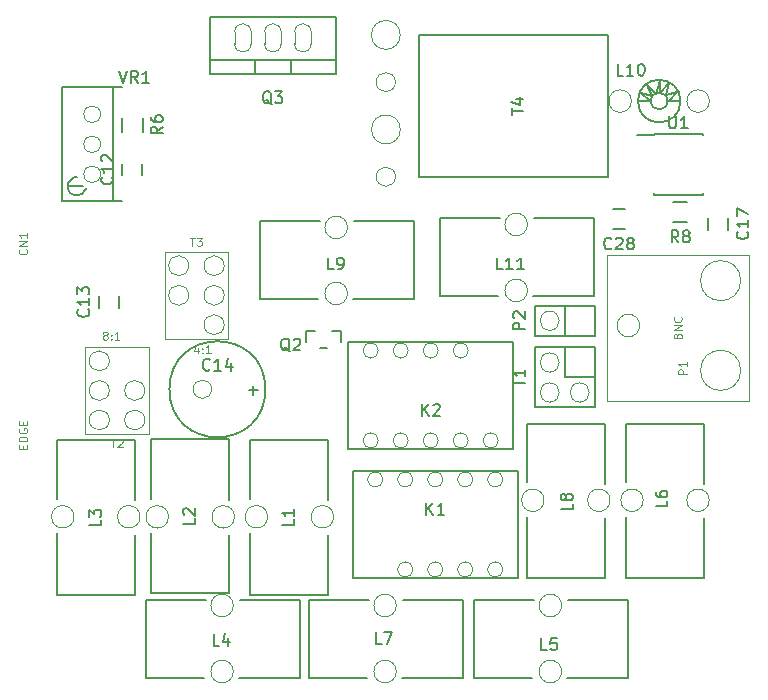
<source format=gto>
%FSLAX46Y46*%
G04 Gerber Fmt 4.6, Leading zero omitted, Abs format (unit mm)*
G04 Created by KiCad (PCBNEW (2014-10-27 BZR 5228)-product) date 13/01/2015 08:32:11*
%MOMM*%
G01*
G04 APERTURE LIST*
%ADD10C,0.100000*%
%ADD11C,0.150000*%
G04 APERTURE END LIST*
D10*
D11*
X141150000Y-50100000D02*
X141150000Y-51100000D01*
X142850000Y-51100000D02*
X142850000Y-50100000D01*
X139150000Y-61300000D02*
X139150000Y-62300000D01*
X140850000Y-62300000D02*
X140850000Y-61300000D01*
X153264000Y-69200000D02*
G75*
G03X153264000Y-69200000I-4064000J0D01*
G01*
X192450000Y-55700000D02*
X192450000Y-54700000D01*
X190750000Y-54700000D02*
X190750000Y-55700000D01*
X160640000Y-76145000D02*
X174640000Y-76145000D01*
X174640000Y-76145000D02*
X174640000Y-85145000D01*
X174640000Y-85145000D02*
X160640000Y-85145000D01*
X160640000Y-85145000D02*
X160640000Y-76145000D01*
X174259000Y-74223000D02*
X160259000Y-74223000D01*
X160259000Y-74223000D02*
X160259000Y-65223000D01*
X160259000Y-65223000D02*
X174259000Y-65223000D01*
X174259000Y-65223000D02*
X174259000Y-74223000D01*
X151996000Y-86600000D02*
X151996000Y-81393000D01*
X151996000Y-73519000D02*
X151996000Y-78472000D01*
X158600000Y-86600000D02*
X158600000Y-81520000D01*
X158600000Y-73519000D02*
X158600000Y-78599000D01*
X158600000Y-73519000D02*
X151996000Y-73519000D01*
X151996000Y-86600000D02*
X158600000Y-86600000D01*
X150204000Y-73400000D02*
X150204000Y-78607000D01*
X150204000Y-86481000D02*
X150204000Y-81528000D01*
X143600000Y-73400000D02*
X143600000Y-78480000D01*
X143600000Y-86481000D02*
X143600000Y-81401000D01*
X143600000Y-86481000D02*
X150204000Y-86481000D01*
X150204000Y-73400000D02*
X143600000Y-73400000D01*
X135596000Y-86600000D02*
X135596000Y-81393000D01*
X135596000Y-73519000D02*
X135596000Y-78472000D01*
X142200000Y-86600000D02*
X142200000Y-81520000D01*
X142200000Y-73519000D02*
X142200000Y-78599000D01*
X142200000Y-73519000D02*
X135596000Y-73519000D01*
X135596000Y-86600000D02*
X142200000Y-86600000D01*
X156200000Y-93604000D02*
X150993000Y-93604000D01*
X143119000Y-93604000D02*
X148072000Y-93604000D01*
X156200000Y-87000000D02*
X151120000Y-87000000D01*
X143119000Y-87000000D02*
X148199000Y-87000000D01*
X143119000Y-87000000D02*
X143119000Y-93604000D01*
X156200000Y-93604000D02*
X156200000Y-87000000D01*
X184000000Y-93604000D02*
X178793000Y-93604000D01*
X170919000Y-93604000D02*
X175872000Y-93604000D01*
X184000000Y-87000000D02*
X178920000Y-87000000D01*
X170919000Y-87000000D02*
X175999000Y-87000000D01*
X170919000Y-87000000D02*
X170919000Y-93604000D01*
X184000000Y-93604000D02*
X184000000Y-87000000D01*
X183796000Y-85200000D02*
X183796000Y-79993000D01*
X183796000Y-72119000D02*
X183796000Y-77072000D01*
X190400000Y-85200000D02*
X190400000Y-80120000D01*
X190400000Y-72119000D02*
X190400000Y-77199000D01*
X190400000Y-72119000D02*
X183796000Y-72119000D01*
X183796000Y-85200000D02*
X190400000Y-85200000D01*
X170000000Y-93604000D02*
X164793000Y-93604000D01*
X156919000Y-93604000D02*
X161872000Y-93604000D01*
X170000000Y-87000000D02*
X164920000Y-87000000D01*
X156919000Y-87000000D02*
X161999000Y-87000000D01*
X156919000Y-87000000D02*
X156919000Y-93604000D01*
X170000000Y-93604000D02*
X170000000Y-87000000D01*
X175396000Y-85200000D02*
X175396000Y-79993000D01*
X175396000Y-72119000D02*
X175396000Y-77072000D01*
X182000000Y-85200000D02*
X182000000Y-80120000D01*
X182000000Y-72119000D02*
X182000000Y-77199000D01*
X182000000Y-72119000D02*
X175396000Y-72119000D01*
X175396000Y-85200000D02*
X182000000Y-85200000D01*
X165862000Y-61595000D02*
X160655000Y-61595000D01*
X152781000Y-61595000D02*
X157734000Y-61595000D01*
X165862000Y-54991000D02*
X160782000Y-54991000D01*
X152781000Y-54991000D02*
X157861000Y-54991000D01*
X152781000Y-54991000D02*
X152781000Y-61595000D01*
X165862000Y-61595000D02*
X165862000Y-54991000D01*
X181102000Y-61341000D02*
X175895000Y-61341000D01*
X168021000Y-61341000D02*
X172974000Y-61341000D01*
X181102000Y-54737000D02*
X176022000Y-54737000D01*
X168021000Y-54737000D02*
X173101000Y-54737000D01*
X168021000Y-54737000D02*
X168021000Y-61341000D01*
X181102000Y-61341000D02*
X181102000Y-54737000D01*
D10*
X191800000Y-70200000D02*
X182200000Y-70200000D01*
X182200000Y-70200000D02*
X182200000Y-57800000D01*
X182200000Y-57800000D02*
X194200000Y-57800000D01*
X194200000Y-57800000D02*
X194200000Y-70200000D01*
X194200000Y-70200000D02*
X191800000Y-70200000D01*
D11*
X178600000Y-64670000D02*
X181140000Y-64670000D01*
X181140000Y-64670000D02*
X181140000Y-62130000D01*
X181140000Y-62130000D02*
X178600000Y-62130000D01*
X176060000Y-64670000D02*
X178600000Y-64670000D01*
X178600000Y-64670000D02*
X178600000Y-62130000D01*
X178600000Y-62130000D02*
X176060000Y-62130000D01*
X176060000Y-62130000D02*
X176060000Y-64670000D01*
X156700000Y-65200000D02*
X156700000Y-64300000D01*
X156700000Y-64300000D02*
X157500000Y-64300000D01*
X159700000Y-65200000D02*
X159700000Y-64300000D01*
X159700000Y-64300000D02*
X158900000Y-64300000D01*
X158500000Y-65700000D02*
X157900000Y-65700000D01*
X141125000Y-47400000D02*
X141125000Y-46200000D01*
X142875000Y-46200000D02*
X142875000Y-47400000D01*
X187800000Y-53325000D02*
X189000000Y-53325000D01*
X189000000Y-55075000D02*
X187800000Y-55075000D01*
X178600000Y-65660000D02*
X181140000Y-65660000D01*
X181140000Y-65660000D02*
X181140000Y-68200000D01*
X181140000Y-68200000D02*
X178600000Y-68200000D01*
X178600000Y-68200000D02*
X178600000Y-65660000D01*
X178600000Y-65660000D02*
X176060000Y-65660000D01*
X176060000Y-65660000D02*
X176060000Y-70740000D01*
X176060000Y-70740000D02*
X181140000Y-70740000D01*
X181140000Y-70740000D02*
X181140000Y-68200000D01*
D10*
X143400000Y-65600000D02*
X143400000Y-73000000D01*
X143400000Y-73000000D02*
X138000000Y-73000000D01*
X138000000Y-73000000D02*
X138000000Y-65600000D01*
X138000000Y-65600000D02*
X143400000Y-65600000D01*
X144723000Y-64941300D02*
X144723000Y-57541300D01*
X144723000Y-57541300D02*
X150123000Y-57541300D01*
X150123000Y-57541300D02*
X150123000Y-64941300D01*
X150123000Y-64941300D02*
X144723000Y-64941300D01*
D11*
X166261700Y-39199300D02*
X182261700Y-39199300D01*
X182261700Y-39199300D02*
X182261700Y-51199300D01*
X182261700Y-51199300D02*
X166261700Y-51199300D01*
X166261700Y-51199300D02*
X166261700Y-39199300D01*
X186126300Y-47564600D02*
X186126300Y-47709600D01*
X190276300Y-47564600D02*
X190276300Y-47709600D01*
X190276300Y-52714600D02*
X190276300Y-52569600D01*
X186126300Y-52714600D02*
X186126300Y-52569600D01*
X186126300Y-47564600D02*
X190276300Y-47564600D01*
X186126300Y-52714600D02*
X190276300Y-52714600D01*
X186126300Y-47709600D02*
X184726300Y-47709600D01*
X136568000Y-52016000D02*
X137838000Y-52016000D01*
X137317300Y-51228600D02*
X137063300Y-51266700D01*
X137063300Y-51266700D02*
X136783900Y-51444500D01*
X136783900Y-51444500D02*
X136568000Y-51762000D01*
X136568000Y-51762000D02*
X136555300Y-52206500D01*
X136555300Y-52206500D02*
X136758500Y-52562100D01*
X136758500Y-52562100D02*
X137050600Y-52739900D01*
X137050600Y-52739900D02*
X137368100Y-52790700D01*
X137368100Y-52790700D02*
X137774500Y-52689100D01*
X137774500Y-52689100D02*
X138028500Y-52346200D01*
X138028500Y-52346200D02*
X138117400Y-52168400D01*
X140378000Y-43634000D02*
X140378000Y-53286000D01*
X137330000Y-53286000D02*
X136060000Y-53286000D01*
X136060000Y-53286000D02*
X136060000Y-43634000D01*
X136060000Y-43634000D02*
X141140000Y-43634000D01*
X141140000Y-53286000D02*
X138600000Y-53286000D01*
X138600000Y-53286000D02*
X137330000Y-53286000D01*
X155417520Y-42499280D02*
X155417520Y-41356280D01*
X152369520Y-42499280D02*
X152369520Y-41356280D01*
X148559520Y-41356280D02*
X148559520Y-37673280D01*
X148559520Y-37673280D02*
X159227520Y-37673280D01*
X159227520Y-37673280D02*
X159227520Y-41356280D01*
X148559520Y-42499280D02*
X148559520Y-41356280D01*
X148559520Y-41356280D02*
X159227520Y-41356280D01*
X159227520Y-41356280D02*
X159227520Y-42499280D01*
X153893520Y-42499280D02*
X159227520Y-42499280D01*
X153893520Y-42499280D02*
X148559520Y-42499280D01*
X182700000Y-55650000D02*
X183700000Y-55650000D01*
X183700000Y-53950000D02*
X182700000Y-53950000D01*
X188400860Y-44800000D02*
X187400100Y-44800000D01*
X187400100Y-44800000D02*
X188101140Y-43999900D01*
X188101140Y-43999900D02*
X187199440Y-44299620D01*
X187199440Y-44299620D02*
X187400100Y-43298860D01*
X187400100Y-43298860D02*
X186699060Y-44098960D01*
X186699060Y-44098960D02*
X186699060Y-43100740D01*
X186699060Y-43100740D02*
X186300280Y-44200560D01*
X186300280Y-44200560D02*
X185599240Y-43400460D01*
X185599240Y-43400460D02*
X186000560Y-44401220D01*
X186000560Y-44401220D02*
X185098860Y-44098960D01*
X185098860Y-44098960D02*
X185799900Y-44800000D01*
X185799900Y-44800000D02*
X184900740Y-44800000D01*
X187301040Y-44800000D02*
G75*
G03X187301040Y-44800000I-701040J0D01*
G01*
X188400860Y-44800000D02*
G75*
G03X188400860Y-44800000I-1800860J0D01*
G01*
D10*
X148705500Y-69200000D02*
G75*
G03X148705500Y-69200000I-775500J0D01*
G01*
X165748500Y-84455000D02*
G75*
G03X165748500Y-84455000I-648500J0D01*
G01*
X168288500Y-84455000D02*
G75*
G03X168288500Y-84455000I-648500J0D01*
G01*
X170828500Y-84455000D02*
G75*
G03X170828500Y-84455000I-648500J0D01*
G01*
X173368500Y-84455000D02*
G75*
G03X173368500Y-84455000I-648500J0D01*
G01*
X173368500Y-76835000D02*
G75*
G03X173368500Y-76835000I-648500J0D01*
G01*
X170828500Y-76835000D02*
G75*
G03X170828500Y-76835000I-648500J0D01*
G01*
X168288500Y-76835000D02*
G75*
G03X168288500Y-76835000I-648500J0D01*
G01*
X165748500Y-76835000D02*
G75*
G03X165748500Y-76835000I-648500J0D01*
G01*
X163208500Y-76835000D02*
G75*
G03X163208500Y-76835000I-648500J0D01*
G01*
X170447500Y-65913000D02*
G75*
G03X170447500Y-65913000I-648500J0D01*
G01*
X167907500Y-65913000D02*
G75*
G03X167907500Y-65913000I-648500J0D01*
G01*
X165367500Y-65913000D02*
G75*
G03X165367500Y-65913000I-648500J0D01*
G01*
X162827500Y-65913000D02*
G75*
G03X162827500Y-65913000I-648500J0D01*
G01*
X162827500Y-73533000D02*
G75*
G03X162827500Y-73533000I-648500J0D01*
G01*
X165367500Y-73533000D02*
G75*
G03X165367500Y-73533000I-648500J0D01*
G01*
X167907500Y-73533000D02*
G75*
G03X167907500Y-73533000I-648500J0D01*
G01*
X170447500Y-73533000D02*
G75*
G03X170447500Y-73533000I-648500J0D01*
G01*
X172987500Y-73533000D02*
G75*
G03X172987500Y-73533000I-648500J0D01*
G01*
X159041490Y-79996000D02*
G75*
G03X159041490Y-79996000I-949490J0D01*
G01*
X153453490Y-79996000D02*
G75*
G03X153453490Y-79996000I-949490J0D01*
G01*
X145057490Y-80004000D02*
G75*
G03X145057490Y-80004000I-949490J0D01*
G01*
X150645490Y-80004000D02*
G75*
G03X150645490Y-80004000I-949490J0D01*
G01*
X142641490Y-79996000D02*
G75*
G03X142641490Y-79996000I-949490J0D01*
G01*
X137053490Y-79996000D02*
G75*
G03X137053490Y-79996000I-949490J0D01*
G01*
X150545490Y-87508000D02*
G75*
G03X150545490Y-87508000I-949490J0D01*
G01*
X150545490Y-93096000D02*
G75*
G03X150545490Y-93096000I-949490J0D01*
G01*
X178345490Y-87508000D02*
G75*
G03X178345490Y-87508000I-949490J0D01*
G01*
X178345490Y-93096000D02*
G75*
G03X178345490Y-93096000I-949490J0D01*
G01*
X190841490Y-78596000D02*
G75*
G03X190841490Y-78596000I-949490J0D01*
G01*
X185253490Y-78596000D02*
G75*
G03X185253490Y-78596000I-949490J0D01*
G01*
X164345490Y-87508000D02*
G75*
G03X164345490Y-87508000I-949490J0D01*
G01*
X164345490Y-93096000D02*
G75*
G03X164345490Y-93096000I-949490J0D01*
G01*
X182441490Y-78596000D02*
G75*
G03X182441490Y-78596000I-949490J0D01*
G01*
X176853490Y-78596000D02*
G75*
G03X176853490Y-78596000I-949490J0D01*
G01*
X160207490Y-55499000D02*
G75*
G03X160207490Y-55499000I-949490J0D01*
G01*
X160207490Y-61087000D02*
G75*
G03X160207490Y-61087000I-949490J0D01*
G01*
X175447490Y-55245000D02*
G75*
G03X175447490Y-55245000I-949490J0D01*
G01*
X175447490Y-60833000D02*
G75*
G03X175447490Y-60833000I-949490J0D01*
G01*
X193500000Y-67600000D02*
G75*
G03X193500000Y-67600000I-1700000J0D01*
G01*
X193500000Y-60000000D02*
G75*
G03X193500000Y-60000000I-1700000J0D01*
G01*
X184950000Y-63800000D02*
G75*
G03X184950000Y-63800000I-950000J0D01*
G01*
X177330000Y-64213600D02*
X177330000Y-64213600D01*
X177330000Y-62586400D02*
X177330000Y-62586400D01*
X177330000Y-64213600D02*
G75*
G03X177330000Y-62586400I0J813600D01*
G01*
X177330000Y-62586400D02*
G75*
G03X177330000Y-64213600I0J-813600D01*
G01*
X177330000Y-66116400D02*
X177330000Y-66116400D01*
X177330000Y-67743600D02*
X177330000Y-67743600D01*
X177330000Y-66116400D02*
G75*
G03X177330000Y-67743600I0J-813600D01*
G01*
X177330000Y-67743600D02*
G75*
G03X177330000Y-66116400I0J813600D01*
G01*
X179870000Y-68656400D02*
X179870000Y-68656400D01*
X179870000Y-70283600D02*
X179870000Y-70283600D01*
X179870000Y-68656400D02*
G75*
G03X179870000Y-70283600I0J-813600D01*
G01*
X179870000Y-70283600D02*
G75*
G03X179870000Y-68656400I0J813600D01*
G01*
X177330000Y-68656400D02*
X177330000Y-68656400D01*
X177330000Y-70283600D02*
X177330000Y-70283600D01*
X177330000Y-68656400D02*
G75*
G03X177330000Y-70283600I0J-813600D01*
G01*
X177330000Y-70283600D02*
G75*
G03X177330000Y-68656400I0J813600D01*
G01*
X143050000Y-69300000D02*
G75*
G03X143050000Y-69300000I-850000J0D01*
G01*
X140050000Y-66800000D02*
G75*
G03X140050000Y-66800000I-850000J0D01*
G01*
X143050000Y-71800000D02*
G75*
G03X143050000Y-71800000I-850000J0D01*
G01*
X140050000Y-71800000D02*
G75*
G03X140050000Y-71800000I-850000J0D01*
G01*
X140050000Y-69300000D02*
G75*
G03X140050000Y-69300000I-850000J0D01*
G01*
X146773000Y-61241300D02*
G75*
G03X146773000Y-61241300I-850000J0D01*
G01*
X149773000Y-63741300D02*
G75*
G03X149773000Y-63741300I-850000J0D01*
G01*
X146773000Y-58741300D02*
G75*
G03X146773000Y-58741300I-850000J0D01*
G01*
X149773000Y-58741300D02*
G75*
G03X149773000Y-58741300I-850000J0D01*
G01*
X149773000Y-61241300D02*
G75*
G03X149773000Y-61241300I-850000J0D01*
G01*
X164681700Y-39199300D02*
G75*
G03X164681700Y-39199300I-1220000J0D01*
G01*
X164275300Y-43199300D02*
G75*
G03X164275300Y-43199300I-813600J0D01*
G01*
X164681700Y-47199300D02*
G75*
G03X164681700Y-47199300I-1220000J0D01*
G01*
X164275300Y-51199300D02*
G75*
G03X164275300Y-51199300I-813600J0D01*
G01*
X139312000Y-48460000D02*
G75*
G03X139312000Y-48460000I-712000J0D01*
G01*
X139312000Y-45920000D02*
G75*
G03X139312000Y-45920000I-712000J0D01*
G01*
X139312000Y-51000000D02*
G75*
G03X139312000Y-51000000I-712000J0D01*
G01*
X153192950Y-38952170D02*
X153192950Y-39950390D01*
X154594090Y-38952170D02*
X154594090Y-39950390D01*
X153192950Y-39950390D02*
G75*
G03X154594090Y-39950390I700570J0D01*
G01*
X154594090Y-38952170D02*
G75*
G03X153192950Y-38952170I-700570J0D01*
G01*
X155732950Y-38952170D02*
X155732950Y-39950390D01*
X157134090Y-38952170D02*
X157134090Y-39950390D01*
X155732950Y-39950390D02*
G75*
G03X157134090Y-39950390I700570J0D01*
G01*
X157134090Y-38952170D02*
G75*
G03X155732950Y-38952170I-700570J0D01*
G01*
X150652950Y-38952170D02*
X150652950Y-39950390D01*
X152054090Y-38952170D02*
X152054090Y-39950390D01*
X150652950Y-39950390D02*
G75*
G03X152054090Y-39950390I700570J0D01*
G01*
X152054090Y-38952170D02*
G75*
G03X150652950Y-38952170I-700570J0D01*
G01*
X190848950Y-44800000D02*
G75*
G03X190848950Y-44800000I-949490J0D01*
G01*
X184250030Y-44800000D02*
G75*
G03X184250030Y-44800000I-949490J0D01*
G01*
D11*
X140257143Y-51242857D02*
X140304762Y-51290476D01*
X140352381Y-51433333D01*
X140352381Y-51528571D01*
X140304762Y-51671429D01*
X140209524Y-51766667D01*
X140114286Y-51814286D01*
X139923810Y-51861905D01*
X139780952Y-51861905D01*
X139590476Y-51814286D01*
X139495238Y-51766667D01*
X139400000Y-51671429D01*
X139352381Y-51528571D01*
X139352381Y-51433333D01*
X139400000Y-51290476D01*
X139447619Y-51242857D01*
X140352381Y-50290476D02*
X140352381Y-50861905D01*
X140352381Y-50576191D02*
X139352381Y-50576191D01*
X139495238Y-50671429D01*
X139590476Y-50766667D01*
X139638095Y-50861905D01*
X139447619Y-49909524D02*
X139400000Y-49861905D01*
X139352381Y-49766667D01*
X139352381Y-49528571D01*
X139400000Y-49433333D01*
X139447619Y-49385714D01*
X139542857Y-49338095D01*
X139638095Y-49338095D01*
X139780952Y-49385714D01*
X140352381Y-49957143D01*
X140352381Y-49338095D01*
X138257143Y-62442857D02*
X138304762Y-62490476D01*
X138352381Y-62633333D01*
X138352381Y-62728571D01*
X138304762Y-62871429D01*
X138209524Y-62966667D01*
X138114286Y-63014286D01*
X137923810Y-63061905D01*
X137780952Y-63061905D01*
X137590476Y-63014286D01*
X137495238Y-62966667D01*
X137400000Y-62871429D01*
X137352381Y-62728571D01*
X137352381Y-62633333D01*
X137400000Y-62490476D01*
X137447619Y-62442857D01*
X138352381Y-61490476D02*
X138352381Y-62061905D01*
X138352381Y-61776191D02*
X137352381Y-61776191D01*
X137495238Y-61871429D01*
X137590476Y-61966667D01*
X137638095Y-62061905D01*
X137352381Y-61157143D02*
X137352381Y-60538095D01*
X137733333Y-60871429D01*
X137733333Y-60728571D01*
X137780952Y-60633333D01*
X137828571Y-60585714D01*
X137923810Y-60538095D01*
X138161905Y-60538095D01*
X138257143Y-60585714D01*
X138304762Y-60633333D01*
X138352381Y-60728571D01*
X138352381Y-61014286D01*
X138304762Y-61109524D01*
X138257143Y-61157143D01*
X148557143Y-67525143D02*
X148509524Y-67572762D01*
X148366667Y-67620381D01*
X148271429Y-67620381D01*
X148128571Y-67572762D01*
X148033333Y-67477524D01*
X147985714Y-67382286D01*
X147938095Y-67191810D01*
X147938095Y-67048952D01*
X147985714Y-66858476D01*
X148033333Y-66763238D01*
X148128571Y-66668000D01*
X148271429Y-66620381D01*
X148366667Y-66620381D01*
X148509524Y-66668000D01*
X148557143Y-66715619D01*
X149509524Y-67620381D02*
X148938095Y-67620381D01*
X149223809Y-67620381D02*
X149223809Y-66620381D01*
X149128571Y-66763238D01*
X149033333Y-66858476D01*
X148938095Y-66906095D01*
X150366667Y-66953714D02*
X150366667Y-67620381D01*
X150128571Y-66572762D02*
X149890476Y-67287048D01*
X150509524Y-67287048D01*
X151864508Y-69271429D02*
X152626413Y-69271429D01*
X152245461Y-69652381D02*
X152245461Y-68890476D01*
X194057143Y-55842857D02*
X194104762Y-55890476D01*
X194152381Y-56033333D01*
X194152381Y-56128571D01*
X194104762Y-56271429D01*
X194009524Y-56366667D01*
X193914286Y-56414286D01*
X193723810Y-56461905D01*
X193580952Y-56461905D01*
X193390476Y-56414286D01*
X193295238Y-56366667D01*
X193200000Y-56271429D01*
X193152381Y-56128571D01*
X193152381Y-56033333D01*
X193200000Y-55890476D01*
X193247619Y-55842857D01*
X194152381Y-54890476D02*
X194152381Y-55461905D01*
X194152381Y-55176191D02*
X193152381Y-55176191D01*
X193295238Y-55271429D01*
X193390476Y-55366667D01*
X193438095Y-55461905D01*
X193152381Y-54557143D02*
X193152381Y-53890476D01*
X194152381Y-54319048D01*
D10*
X133024560Y-57351533D02*
X133057893Y-57384867D01*
X133091227Y-57484867D01*
X133091227Y-57551533D01*
X133057893Y-57651533D01*
X132991227Y-57718200D01*
X132924560Y-57751533D01*
X132791227Y-57784867D01*
X132691227Y-57784867D01*
X132557893Y-57751533D01*
X132491227Y-57718200D01*
X132424560Y-57651533D01*
X132391227Y-57551533D01*
X132391227Y-57484867D01*
X132424560Y-57384867D01*
X132457893Y-57351533D01*
X133091227Y-57051533D02*
X132391227Y-57051533D01*
X133091227Y-56651533D01*
X132391227Y-56651533D01*
X133091227Y-55951534D02*
X133091227Y-56351534D01*
X133091227Y-56151534D02*
X132391227Y-56151534D01*
X132491227Y-56218200D01*
X132557893Y-56284867D01*
X132591227Y-56351534D01*
X132724560Y-74234866D02*
X132724560Y-74001533D01*
X133091227Y-73901533D02*
X133091227Y-74234866D01*
X132391227Y-74234866D01*
X132391227Y-73901533D01*
X133091227Y-73601533D02*
X132391227Y-73601533D01*
X132391227Y-73434867D01*
X132424560Y-73334867D01*
X132491227Y-73268200D01*
X132557893Y-73234867D01*
X132691227Y-73201533D01*
X132791227Y-73201533D01*
X132924560Y-73234867D01*
X132991227Y-73268200D01*
X133057893Y-73334867D01*
X133091227Y-73434867D01*
X133091227Y-73601533D01*
X132424560Y-72534867D02*
X132391227Y-72601533D01*
X132391227Y-72701533D01*
X132424560Y-72801533D01*
X132491227Y-72868200D01*
X132557893Y-72901533D01*
X132691227Y-72934867D01*
X132791227Y-72934867D01*
X132924560Y-72901533D01*
X132991227Y-72868200D01*
X133057893Y-72801533D01*
X133091227Y-72701533D01*
X133091227Y-72634867D01*
X133057893Y-72534867D01*
X133024560Y-72501533D01*
X132791227Y-72501533D01*
X132791227Y-72634867D01*
X132724560Y-72201533D02*
X132724560Y-71968200D01*
X133091227Y-71868200D02*
X133091227Y-72201533D01*
X132391227Y-72201533D01*
X132391227Y-71868200D01*
D11*
X166901905Y-79827381D02*
X166901905Y-78827381D01*
X167473334Y-79827381D02*
X167044762Y-79255952D01*
X167473334Y-78827381D02*
X166901905Y-79398810D01*
X168425715Y-79827381D02*
X167854286Y-79827381D01*
X168140000Y-79827381D02*
X168140000Y-78827381D01*
X168044762Y-78970238D01*
X167949524Y-79065476D01*
X167854286Y-79113095D01*
X166520905Y-71445381D02*
X166520905Y-70445381D01*
X167092334Y-71445381D02*
X166663762Y-70873952D01*
X167092334Y-70445381D02*
X166520905Y-71016810D01*
X167473286Y-70540619D02*
X167520905Y-70493000D01*
X167616143Y-70445381D01*
X167854239Y-70445381D01*
X167949477Y-70493000D01*
X167997096Y-70540619D01*
X168044715Y-70635857D01*
X168044715Y-70731095D01*
X167997096Y-70873952D01*
X167425667Y-71445381D01*
X168044715Y-71445381D01*
X155653861Y-80218546D02*
X155653861Y-80694737D01*
X154653861Y-80694737D01*
X155653861Y-79361403D02*
X155653861Y-79932832D01*
X155653861Y-79647118D02*
X154653861Y-79647118D01*
X154796718Y-79742356D01*
X154891956Y-79837594D01*
X154939575Y-79932832D01*
X147288341Y-80130026D02*
X147288341Y-80606217D01*
X146288341Y-80606217D01*
X146383579Y-79844312D02*
X146335960Y-79796693D01*
X146288341Y-79701455D01*
X146288341Y-79463359D01*
X146335960Y-79368121D01*
X146383579Y-79320502D01*
X146478817Y-79272883D01*
X146574055Y-79272883D01*
X146716912Y-79320502D01*
X147288341Y-79891931D01*
X147288341Y-79272883D01*
X139360541Y-80243946D02*
X139360541Y-80720137D01*
X138360541Y-80720137D01*
X138360541Y-80005851D02*
X138360541Y-79386803D01*
X138741493Y-79720137D01*
X138741493Y-79577279D01*
X138789112Y-79482041D01*
X138836731Y-79434422D01*
X138931970Y-79386803D01*
X139170065Y-79386803D01*
X139265303Y-79434422D01*
X139312922Y-79482041D01*
X139360541Y-79577279D01*
X139360541Y-79862994D01*
X139312922Y-79958232D01*
X139265303Y-80005851D01*
X149358214Y-90901701D02*
X148882023Y-90901701D01*
X148882023Y-89901701D01*
X150120119Y-90235034D02*
X150120119Y-90901701D01*
X149882023Y-89854082D02*
X149643928Y-90568368D01*
X150262976Y-90568368D01*
X177102334Y-91262381D02*
X176626143Y-91262381D01*
X176626143Y-90262381D01*
X177911858Y-90262381D02*
X177435667Y-90262381D01*
X177388048Y-90738571D01*
X177435667Y-90690952D01*
X177530905Y-90643333D01*
X177769001Y-90643333D01*
X177864239Y-90690952D01*
X177911858Y-90738571D01*
X177959477Y-90833810D01*
X177959477Y-91071905D01*
X177911858Y-91167143D01*
X177864239Y-91214762D01*
X177769001Y-91262381D01*
X177530905Y-91262381D01*
X177435667Y-91214762D01*
X177388048Y-91167143D01*
X187296381Y-78635666D02*
X187296381Y-79111857D01*
X186296381Y-79111857D01*
X186296381Y-77873761D02*
X186296381Y-78064238D01*
X186344000Y-78159476D01*
X186391619Y-78207095D01*
X186534476Y-78302333D01*
X186724952Y-78349952D01*
X187105905Y-78349952D01*
X187201143Y-78302333D01*
X187248762Y-78254714D01*
X187296381Y-78159476D01*
X187296381Y-77968999D01*
X187248762Y-77873761D01*
X187201143Y-77826142D01*
X187105905Y-77778523D01*
X186867810Y-77778523D01*
X186772571Y-77826142D01*
X186724952Y-77873761D01*
X186677333Y-77968999D01*
X186677333Y-78159476D01*
X186724952Y-78254714D01*
X186772571Y-78302333D01*
X186867810Y-78349952D01*
X163102334Y-90754381D02*
X162626143Y-90754381D01*
X162626143Y-89754381D01*
X163340429Y-89754381D02*
X164007096Y-89754381D01*
X163578524Y-90754381D01*
X179277381Y-78889666D02*
X179277381Y-79365857D01*
X178277381Y-79365857D01*
X178705952Y-78413476D02*
X178658333Y-78508714D01*
X178610714Y-78556333D01*
X178515476Y-78603952D01*
X178467857Y-78603952D01*
X178372619Y-78556333D01*
X178325000Y-78508714D01*
X178277381Y-78413476D01*
X178277381Y-78222999D01*
X178325000Y-78127761D01*
X178372619Y-78080142D01*
X178467857Y-78032523D01*
X178515476Y-78032523D01*
X178610714Y-78080142D01*
X178658333Y-78127761D01*
X178705952Y-78222999D01*
X178705952Y-78413476D01*
X178753571Y-78508714D01*
X178801190Y-78556333D01*
X178896429Y-78603952D01*
X179086905Y-78603952D01*
X179182143Y-78556333D01*
X179229762Y-78508714D01*
X179277381Y-78413476D01*
X179277381Y-78222999D01*
X179229762Y-78127761D01*
X179182143Y-78080142D01*
X179086905Y-78032523D01*
X178896429Y-78032523D01*
X178801190Y-78080142D01*
X178753571Y-78127761D01*
X178705952Y-78222999D01*
X159033334Y-59052381D02*
X158557143Y-59052381D01*
X158557143Y-58052381D01*
X159414286Y-59052381D02*
X159604762Y-59052381D01*
X159700001Y-59004762D01*
X159747620Y-58957143D01*
X159842858Y-58814286D01*
X159890477Y-58623810D01*
X159890477Y-58242857D01*
X159842858Y-58147619D01*
X159795239Y-58100000D01*
X159700001Y-58052381D01*
X159509524Y-58052381D01*
X159414286Y-58100000D01*
X159366667Y-58147619D01*
X159319048Y-58242857D01*
X159319048Y-58480952D01*
X159366667Y-58576190D01*
X159414286Y-58623810D01*
X159509524Y-58671429D01*
X159700001Y-58671429D01*
X159795239Y-58623810D01*
X159842858Y-58576190D01*
X159890477Y-58480952D01*
X173357143Y-59052381D02*
X172880952Y-59052381D01*
X172880952Y-58052381D01*
X174214286Y-59052381D02*
X173642857Y-59052381D01*
X173928571Y-59052381D02*
X173928571Y-58052381D01*
X173833333Y-58195238D01*
X173738095Y-58290476D01*
X173642857Y-58338095D01*
X175166667Y-59052381D02*
X174595238Y-59052381D01*
X174880952Y-59052381D02*
X174880952Y-58052381D01*
X174785714Y-58195238D01*
X174690476Y-58290476D01*
X174595238Y-58338095D01*
D10*
X188916667Y-67916666D02*
X188216667Y-67916666D01*
X188216667Y-67650000D01*
X188250000Y-67583333D01*
X188283333Y-67550000D01*
X188350000Y-67516666D01*
X188450000Y-67516666D01*
X188516667Y-67550000D01*
X188550000Y-67583333D01*
X188583333Y-67650000D01*
X188583333Y-67916666D01*
X188916667Y-66850000D02*
X188916667Y-67250000D01*
X188916667Y-67050000D02*
X188216667Y-67050000D01*
X188316667Y-67116666D01*
X188383333Y-67183333D01*
X188416667Y-67250000D01*
X188150000Y-64666666D02*
X188183333Y-64566666D01*
X188216667Y-64533333D01*
X188283333Y-64499999D01*
X188383333Y-64499999D01*
X188450000Y-64533333D01*
X188483333Y-64566666D01*
X188516667Y-64633333D01*
X188516667Y-64899999D01*
X187816667Y-64899999D01*
X187816667Y-64666666D01*
X187850000Y-64599999D01*
X187883333Y-64566666D01*
X187950000Y-64533333D01*
X188016667Y-64533333D01*
X188083333Y-64566666D01*
X188116667Y-64599999D01*
X188150000Y-64666666D01*
X188150000Y-64899999D01*
X188516667Y-64199999D02*
X187816667Y-64199999D01*
X188516667Y-63799999D01*
X187816667Y-63799999D01*
X188450000Y-63066666D02*
X188483333Y-63100000D01*
X188516667Y-63200000D01*
X188516667Y-63266666D01*
X188483333Y-63366666D01*
X188416667Y-63433333D01*
X188350000Y-63466666D01*
X188216667Y-63500000D01*
X188116667Y-63500000D01*
X187983333Y-63466666D01*
X187916667Y-63433333D01*
X187850000Y-63366666D01*
X187816667Y-63266666D01*
X187816667Y-63200000D01*
X187850000Y-63100000D01*
X187883333Y-63066666D01*
D11*
X175242381Y-64138095D02*
X174242381Y-64138095D01*
X174242381Y-63757142D01*
X174290000Y-63661904D01*
X174337619Y-63614285D01*
X174432857Y-63566666D01*
X174575714Y-63566666D01*
X174670952Y-63614285D01*
X174718571Y-63661904D01*
X174766190Y-63757142D01*
X174766190Y-64138095D01*
X174337619Y-63185714D02*
X174290000Y-63138095D01*
X174242381Y-63042857D01*
X174242381Y-62804761D01*
X174290000Y-62709523D01*
X174337619Y-62661904D01*
X174432857Y-62614285D01*
X174528095Y-62614285D01*
X174670952Y-62661904D01*
X175242381Y-63233333D01*
X175242381Y-62614285D01*
X155326762Y-65999619D02*
X155231524Y-65952000D01*
X155136286Y-65856762D01*
X154993429Y-65713905D01*
X154898190Y-65666286D01*
X154802952Y-65666286D01*
X154850571Y-65904381D02*
X154755333Y-65856762D01*
X154660095Y-65761524D01*
X154612476Y-65571048D01*
X154612476Y-65237714D01*
X154660095Y-65047238D01*
X154755333Y-64952000D01*
X154850571Y-64904381D01*
X155041048Y-64904381D01*
X155136286Y-64952000D01*
X155231524Y-65047238D01*
X155279143Y-65237714D01*
X155279143Y-65571048D01*
X155231524Y-65761524D01*
X155136286Y-65856762D01*
X155041048Y-65904381D01*
X154850571Y-65904381D01*
X155660095Y-64999619D02*
X155707714Y-64952000D01*
X155802952Y-64904381D01*
X156041048Y-64904381D01*
X156136286Y-64952000D01*
X156183905Y-64999619D01*
X156231524Y-65094857D01*
X156231524Y-65190095D01*
X156183905Y-65332952D01*
X155612476Y-65904381D01*
X156231524Y-65904381D01*
X144552381Y-46966666D02*
X144076190Y-47300000D01*
X144552381Y-47538095D02*
X143552381Y-47538095D01*
X143552381Y-47157142D01*
X143600000Y-47061904D01*
X143647619Y-47014285D01*
X143742857Y-46966666D01*
X143885714Y-46966666D01*
X143980952Y-47014285D01*
X144028571Y-47061904D01*
X144076190Y-47157142D01*
X144076190Y-47538095D01*
X143552381Y-46109523D02*
X143552381Y-46300000D01*
X143600000Y-46395238D01*
X143647619Y-46442857D01*
X143790476Y-46538095D01*
X143980952Y-46585714D01*
X144361905Y-46585714D01*
X144457143Y-46538095D01*
X144504762Y-46490476D01*
X144552381Y-46395238D01*
X144552381Y-46204761D01*
X144504762Y-46109523D01*
X144457143Y-46061904D01*
X144361905Y-46014285D01*
X144123810Y-46014285D01*
X144028571Y-46061904D01*
X143980952Y-46109523D01*
X143933333Y-46204761D01*
X143933333Y-46395238D01*
X143980952Y-46490476D01*
X144028571Y-46538095D01*
X144123810Y-46585714D01*
X188233334Y-56752381D02*
X187900000Y-56276190D01*
X187661905Y-56752381D02*
X187661905Y-55752381D01*
X188042858Y-55752381D01*
X188138096Y-55800000D01*
X188185715Y-55847619D01*
X188233334Y-55942857D01*
X188233334Y-56085714D01*
X188185715Y-56180952D01*
X188138096Y-56228571D01*
X188042858Y-56276190D01*
X187661905Y-56276190D01*
X188804762Y-56180952D02*
X188709524Y-56133333D01*
X188661905Y-56085714D01*
X188614286Y-55990476D01*
X188614286Y-55942857D01*
X188661905Y-55847619D01*
X188709524Y-55800000D01*
X188804762Y-55752381D01*
X188995239Y-55752381D01*
X189090477Y-55800000D01*
X189138096Y-55847619D01*
X189185715Y-55942857D01*
X189185715Y-55990476D01*
X189138096Y-56085714D01*
X189090477Y-56133333D01*
X188995239Y-56180952D01*
X188804762Y-56180952D01*
X188709524Y-56228571D01*
X188661905Y-56276190D01*
X188614286Y-56371429D01*
X188614286Y-56561905D01*
X188661905Y-56657143D01*
X188709524Y-56704762D01*
X188804762Y-56752381D01*
X188995239Y-56752381D01*
X189090477Y-56704762D01*
X189138096Y-56657143D01*
X189185715Y-56561905D01*
X189185715Y-56371429D01*
X189138096Y-56276190D01*
X189090477Y-56228571D01*
X188995239Y-56180952D01*
X174242381Y-68961905D02*
X174242381Y-68390476D01*
X175242381Y-68676191D02*
X174242381Y-68676191D01*
X175242381Y-67533333D02*
X175242381Y-68104762D01*
X175242381Y-67819048D02*
X174242381Y-67819048D01*
X174385238Y-67914286D01*
X174480476Y-68009524D01*
X174528095Y-68104762D01*
D10*
X140166667Y-73416667D02*
X140566667Y-73416667D01*
X140366667Y-74116667D02*
X140366667Y-73416667D01*
X140766666Y-73483333D02*
X140800000Y-73450000D01*
X140866666Y-73416667D01*
X141033333Y-73416667D01*
X141100000Y-73450000D01*
X141133333Y-73483333D01*
X141166666Y-73550000D01*
X141166666Y-73616667D01*
X141133333Y-73716667D01*
X140733333Y-74116667D01*
X141166666Y-74116667D01*
X139633334Y-64616667D02*
X139566667Y-64583333D01*
X139533334Y-64550000D01*
X139500000Y-64483333D01*
X139500000Y-64450000D01*
X139533334Y-64383333D01*
X139566667Y-64350000D01*
X139633334Y-64316667D01*
X139766667Y-64316667D01*
X139833334Y-64350000D01*
X139866667Y-64383333D01*
X139900000Y-64450000D01*
X139900000Y-64483333D01*
X139866667Y-64550000D01*
X139833334Y-64583333D01*
X139766667Y-64616667D01*
X139633334Y-64616667D01*
X139566667Y-64650000D01*
X139533334Y-64683333D01*
X139500000Y-64750000D01*
X139500000Y-64883333D01*
X139533334Y-64950000D01*
X139566667Y-64983333D01*
X139633334Y-65016667D01*
X139766667Y-65016667D01*
X139833334Y-64983333D01*
X139866667Y-64950000D01*
X139900000Y-64883333D01*
X139900000Y-64750000D01*
X139866667Y-64683333D01*
X139833334Y-64650000D01*
X139766667Y-64616667D01*
X140200001Y-64950000D02*
X140233334Y-64983333D01*
X140200001Y-65016667D01*
X140166667Y-64983333D01*
X140200001Y-64950000D01*
X140200001Y-65016667D01*
X140200001Y-64583333D02*
X140233334Y-64616667D01*
X140200001Y-64650000D01*
X140166667Y-64616667D01*
X140200001Y-64583333D01*
X140200001Y-64650000D01*
X140900000Y-65016667D02*
X140500000Y-65016667D01*
X140700000Y-65016667D02*
X140700000Y-64316667D01*
X140633334Y-64416667D01*
X140566667Y-64483333D01*
X140500000Y-64516667D01*
X146889667Y-56357967D02*
X147289667Y-56357967D01*
X147089667Y-57057967D02*
X147089667Y-56357967D01*
X147456333Y-56357967D02*
X147889666Y-56357967D01*
X147656333Y-56624633D01*
X147756333Y-56624633D01*
X147823000Y-56657967D01*
X147856333Y-56691300D01*
X147889666Y-56757967D01*
X147889666Y-56924633D01*
X147856333Y-56991300D01*
X147823000Y-57024633D01*
X147756333Y-57057967D01*
X147556333Y-57057967D01*
X147489666Y-57024633D01*
X147456333Y-56991300D01*
X147556334Y-65691300D02*
X147556334Y-66157967D01*
X147389667Y-65424633D02*
X147223000Y-65924633D01*
X147656334Y-65924633D01*
X147923001Y-66091300D02*
X147956334Y-66124633D01*
X147923001Y-66157967D01*
X147889667Y-66124633D01*
X147923001Y-66091300D01*
X147923001Y-66157967D01*
X147923001Y-65724633D02*
X147956334Y-65757967D01*
X147923001Y-65791300D01*
X147889667Y-65757967D01*
X147923001Y-65724633D01*
X147923001Y-65791300D01*
X148623000Y-66157967D02*
X148223000Y-66157967D01*
X148423000Y-66157967D02*
X148423000Y-65457967D01*
X148356334Y-65557967D01*
X148289667Y-65624633D01*
X148223000Y-65657967D01*
D11*
X174114081Y-45961205D02*
X174114081Y-45389776D01*
X175114081Y-45675491D02*
X174114081Y-45675491D01*
X174447414Y-44627871D02*
X175114081Y-44627871D01*
X174066462Y-44865967D02*
X174780748Y-45104062D01*
X174780748Y-44485014D01*
X187439395Y-46091981D02*
X187439395Y-46901505D01*
X187487014Y-46996743D01*
X187534633Y-47044362D01*
X187629871Y-47091981D01*
X187820348Y-47091981D01*
X187915586Y-47044362D01*
X187963205Y-46996743D01*
X188010824Y-46901505D01*
X188010824Y-46091981D01*
X189010824Y-47091981D02*
X188439395Y-47091981D01*
X188725109Y-47091981D02*
X188725109Y-46091981D01*
X188629871Y-46234838D01*
X188534633Y-46330076D01*
X188439395Y-46377695D01*
X140890476Y-42252381D02*
X141223809Y-43252381D01*
X141557143Y-42252381D01*
X142461905Y-43252381D02*
X142128571Y-42776190D01*
X141890476Y-43252381D02*
X141890476Y-42252381D01*
X142271429Y-42252381D01*
X142366667Y-42300000D01*
X142414286Y-42347619D01*
X142461905Y-42442857D01*
X142461905Y-42585714D01*
X142414286Y-42680952D01*
X142366667Y-42728571D01*
X142271429Y-42776190D01*
X141890476Y-42776190D01*
X143414286Y-43252381D02*
X142842857Y-43252381D01*
X143128571Y-43252381D02*
X143128571Y-42252381D01*
X143033333Y-42395238D01*
X142938095Y-42490476D01*
X142842857Y-42538095D01*
X153798282Y-45078899D02*
X153703044Y-45031280D01*
X153607806Y-44936042D01*
X153464949Y-44793185D01*
X153369710Y-44745566D01*
X153274472Y-44745566D01*
X153322091Y-44983661D02*
X153226853Y-44936042D01*
X153131615Y-44840804D01*
X153083996Y-44650328D01*
X153083996Y-44316994D01*
X153131615Y-44126518D01*
X153226853Y-44031280D01*
X153322091Y-43983661D01*
X153512568Y-43983661D01*
X153607806Y-44031280D01*
X153703044Y-44126518D01*
X153750663Y-44316994D01*
X153750663Y-44650328D01*
X153703044Y-44840804D01*
X153607806Y-44936042D01*
X153512568Y-44983661D01*
X153322091Y-44983661D01*
X154083996Y-43983661D02*
X154703044Y-43983661D01*
X154369710Y-44364613D01*
X154512568Y-44364613D01*
X154607806Y-44412232D01*
X154655425Y-44459851D01*
X154703044Y-44555090D01*
X154703044Y-44793185D01*
X154655425Y-44888423D01*
X154607806Y-44936042D01*
X154512568Y-44983661D01*
X154226853Y-44983661D01*
X154131615Y-44936042D01*
X154083996Y-44888423D01*
X182557143Y-57257143D02*
X182509524Y-57304762D01*
X182366667Y-57352381D01*
X182271429Y-57352381D01*
X182128571Y-57304762D01*
X182033333Y-57209524D01*
X181985714Y-57114286D01*
X181938095Y-56923810D01*
X181938095Y-56780952D01*
X181985714Y-56590476D01*
X182033333Y-56495238D01*
X182128571Y-56400000D01*
X182271429Y-56352381D01*
X182366667Y-56352381D01*
X182509524Y-56400000D01*
X182557143Y-56447619D01*
X182938095Y-56447619D02*
X182985714Y-56400000D01*
X183080952Y-56352381D01*
X183319048Y-56352381D01*
X183414286Y-56400000D01*
X183461905Y-56447619D01*
X183509524Y-56542857D01*
X183509524Y-56638095D01*
X183461905Y-56780952D01*
X182890476Y-57352381D01*
X183509524Y-57352381D01*
X184080952Y-56780952D02*
X183985714Y-56733333D01*
X183938095Y-56685714D01*
X183890476Y-56590476D01*
X183890476Y-56542857D01*
X183938095Y-56447619D01*
X183985714Y-56400000D01*
X184080952Y-56352381D01*
X184271429Y-56352381D01*
X184366667Y-56400000D01*
X184414286Y-56447619D01*
X184461905Y-56542857D01*
X184461905Y-56590476D01*
X184414286Y-56685714D01*
X184366667Y-56733333D01*
X184271429Y-56780952D01*
X184080952Y-56780952D01*
X183985714Y-56828571D01*
X183938095Y-56876190D01*
X183890476Y-56971429D01*
X183890476Y-57161905D01*
X183938095Y-57257143D01*
X183985714Y-57304762D01*
X184080952Y-57352381D01*
X184271429Y-57352381D01*
X184366667Y-57304762D01*
X184414286Y-57257143D01*
X184461905Y-57161905D01*
X184461905Y-56971429D01*
X184414286Y-56876190D01*
X184366667Y-56828571D01*
X184271429Y-56780952D01*
X183557143Y-42652381D02*
X183080952Y-42652381D01*
X183080952Y-41652381D01*
X184414286Y-42652381D02*
X183842857Y-42652381D01*
X184128571Y-42652381D02*
X184128571Y-41652381D01*
X184033333Y-41795238D01*
X183938095Y-41890476D01*
X183842857Y-41938095D01*
X185033333Y-41652381D02*
X185128572Y-41652381D01*
X185223810Y-41700000D01*
X185271429Y-41747619D01*
X185319048Y-41842857D01*
X185366667Y-42033333D01*
X185366667Y-42271429D01*
X185319048Y-42461905D01*
X185271429Y-42557143D01*
X185223810Y-42604762D01*
X185128572Y-42652381D01*
X185033333Y-42652381D01*
X184938095Y-42604762D01*
X184890476Y-42557143D01*
X184842857Y-42461905D01*
X184795238Y-42271429D01*
X184795238Y-42033333D01*
X184842857Y-41842857D01*
X184890476Y-41747619D01*
X184938095Y-41700000D01*
X185033333Y-41652381D01*
M02*

</source>
